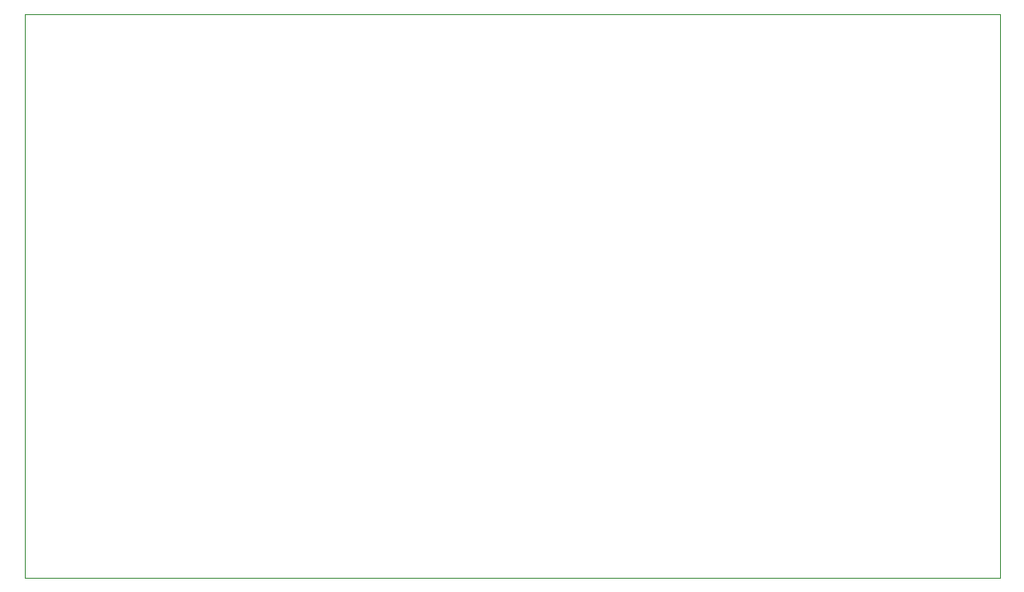
<source format=gko>
G04 Layer_Color=16711935*
%FSLAX25Y25*%
%MOIN*%
G70*
G01*
G75*
%ADD40C,0.00100*%
D40*
X100000Y316142D02*
X466437D01*
X466437Y316142D02*
X466437Y316142D01*
X466437Y104035D02*
Y316142D01*
X466437Y104035D02*
X466437Y104035D01*
X100000Y104035D02*
X466437D01*
X100000D02*
Y316142D01*
M02*

</source>
